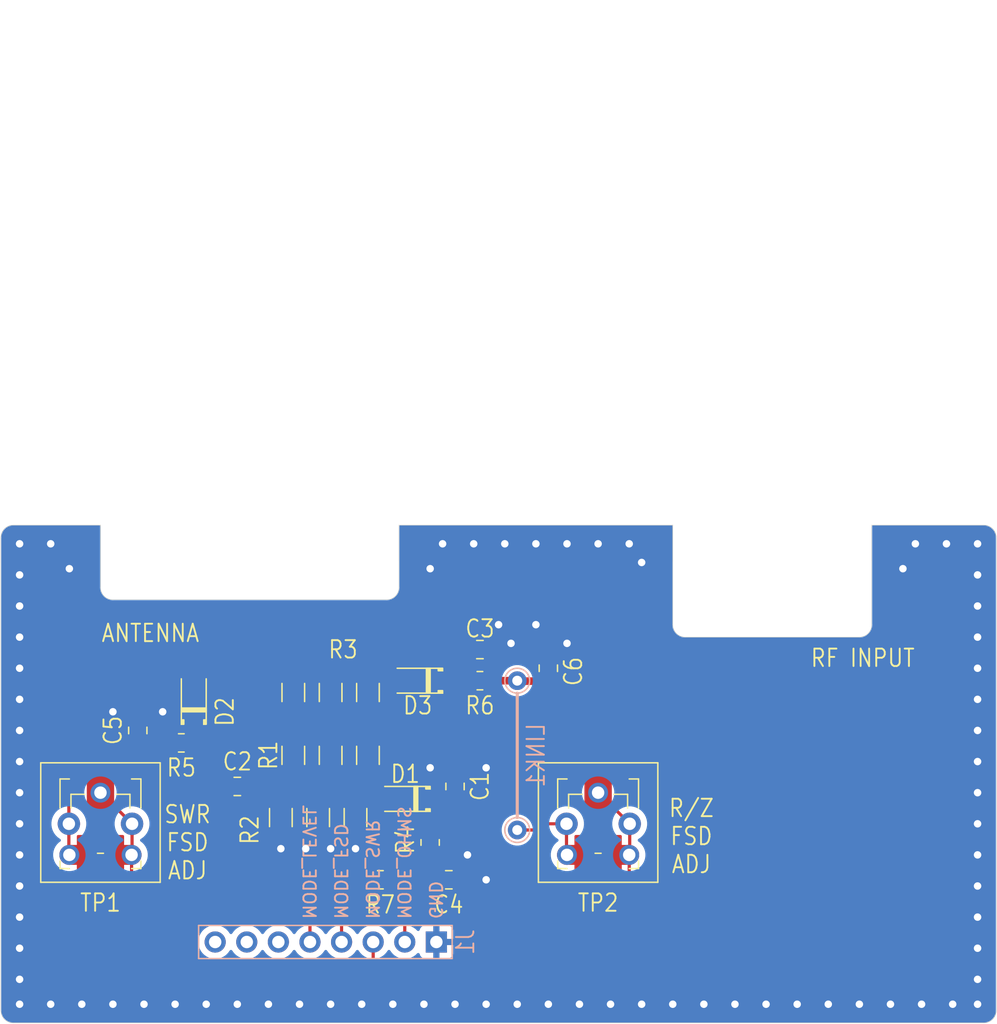
<source format=kicad_pcb>
(kicad_pcb (version 20241229) (generator "pcbnew") (generator_version "9.0")
  (layers (0 "F.Cu" signal) (2 "B.Cu" signal) (13 "F.Paste" user) (15 "B.Paste" user) (5 "F.SilkS" user "F.Silkscreen") (7 "B.SilkS" user "B.Silkscreen") (1 "F.Mask" user) (3 "B.Mask" user) (25 "Edge.Cuts" user))
  (net 0 "")
  (net 1 "GND")
  (net 2 "/MODE_FSD")
  (net 3 "Net-(C5-Pad1)")
  (net 5 "/MODE_LEVEL")
  (net 8 "/MODE_SWR")
  (net 9 "/MODE_OHMS")
  (net 10 "/RECT_VA")
  (net 11 "/VA")
  (net 12 "/RECT_VDIFF")
  (net 13 "/RECT_VB")
  (net 14 "/VB")
  (net 15 "/RF_IN")
  (net 16 "Net-(LINK1-A)")
  (net 17 "Net-(LINK1-K)")
  (footprint "User_Global_Library:1206-triple-parallel" (layer "F.Cu") (at 76.5 83.45 90)
    (property "Reference" "R3" (at 3.45 1 180) (layer "F.SilkS") (effects (font (size 1.4 1.2))))
    (property "Value" "3 x 150R Parallel")
    (fp_line (start -0.727064 -3.91) (end 0.727064 -3.91) (stroke (width 0.12)) (layer "F.SilkS"))
    (fp_line (start -0.727064 -2.09) (end 0.727064 -2.09) (stroke (width 0.12)) (layer "F.SilkS"))
    (fp_line (start -0.727064 -0.91) (end 0.727064 -0.91) (stroke (width 0.12)) (layer "F.SilkS"))
    (fp_line (start -0.727064 0.91) (end 0.727064 0.91) (stroke (width 0.12)) (layer "F.SilkS"))
    (fp_line (start -0.727064 2.09) (end 0.727064 2.09) (stroke (width 0.12)) (layer "F.SilkS"))
    (fp_line (start -0.727064 3.91) (end 0.727064 3.91) (stroke (width 0.12)) (layer "F.SilkS"))
    (pad "1" smd roundrect (at -1.55 -3 90) (size 1.3 1.75) (layers "F.Cu" "F.Mask" "F.Paste") (roundrect_rratio 0.192308) (net 15 "/RF_IN"))
    (pad "1" smd roundrect (at -1.55 0 90) (size 1.3 1.75) (layers "F.Cu" "F.Mask" "F.Paste") (roundrect_rratio 0.192308) (net 15 "/RF_IN"))
    (pad "1" smd roundrect (at -1.55 3 90) (size 1.3 1.75) (layers "F.Cu" "F.Mask" "F.Paste") (roundrect_rratio 0.192308) (net 15 "/RF_IN"))
    (pad "2" smd roundrect (at 1.55 -3 90) (size 1.3 1.75) (layers "F.Cu" "F.Mask" "F.Paste") (roundrect_rratio 0.192308) (net 14 "/VB"))
    (pad "2" smd roundrect (at 1.55 0 90) (size 1.3 1.75) (layers "F.Cu" "F.Mask" "F.Paste") (roundrect_rratio 0.192308) (net 14 "/VB"))
    (pad "2" smd roundrect (at 1.55 3 90) (size 1.3 1.75) (layers "F.Cu" "F.Mask" "F.Paste") (roundrect_rratio 0.192308) (net 14 "/VB"))
  )
  (footprint "Resistor_SMD:R_0805_2012Metric_Pad1.20x1.40mm_HandSolder" (layer "F.Cu") (at 64.5 87.5 180)
    (property "Reference" "R5" (at 0 -2 0) (layer "F.SilkS") (effects (font (size 1.4 1.2))))
    (property "Value" "10k")
    (fp_line (start -0.227064 0.735) (end 0.227064 0.735) (stroke (width 0.12)) (layer "F.SilkS"))
    (fp_line (start -0.227064 -0.735) (end 0.227064 -0.735) (stroke (width 0.12)) (layer "F.SilkS"))
    (pad "1" smd roundrect (at -1 0 180) (size 1.2 1.4) (layers "F.Cu" "F.Mask" "F.Paste") (roundrect_rratio 0.208333) (net 12 "/RECT_VDIFF"))
    (pad "2" smd roundrect (at 1 0 180) (size 1.2 1.4) (layers "F.Cu" "F.Mask" "F.Paste") (roundrect_rratio 0.208333) (net 3 "Net-(C5-Pad1)"))
  )
  (footprint "User_Global_Library:D_SOD-123" (layer "F.Cu") (at 83.5 82.5 180)
    (property "Reference" "D3" (at 0 -2 0) (layer "F.SilkS") (effects (font (size 1.4 1.2))))
    (property "Value" "1N5711")
    (fp_line (start -1.65 1) (end 1.65 1) (stroke (width 0.12)) (layer "F.SilkS"))
    (fp_line (start -1.65 -1) (end 1.65 -1) (stroke (width 0.12)) (layer "F.SilkS"))
    (fp_rect (start -1 -1) (end -0.7 1) (stroke (width 0.12)) (fill yes) (layer "F.SilkS"))
    (fp_rect (start -2 0.8) (end -1.65 1) (stroke (width 0.12)) (fill yes) (layer "F.SilkS"))
    (fp_rect (start -2 -1) (end -1.65 -0.8) (stroke (width 0.12)) (fill yes) (layer "F.SilkS"))
    (pad "1" smd roundrect (at 1.75 0 180) (size 1.2 1.3) (layers "F.Cu" "F.Mask" "F.Paste") (net 14 "/VB"))
    (pad "3" smd roundrect (at -1.75 0 180) (size 1.2 1.3) (layers "F.Cu" "F.Mask" "F.Paste") (net 13 "/RECT_VB"))
  )
  (footprint "Capacitor_SMD:C_0805_2012Metric_Pad1.18x1.45mm_HandSolder" (layer "F.Cu") (at 86 98.5 180)
    (property "Reference" "C4" (at 0 -2 0) (layer "F.SilkS") (effects (font (size 1.4 1.2))))
    (property "Value" "100n")
    (fp_line (start -0.261252 0.735) (end 0.261252 0.735) (stroke (width 0.12)) (layer "F.SilkS"))
    (fp_line (start -0.261252 -0.735) (end 0.261252 -0.735) (stroke (width 0.12)) (layer "F.SilkS"))
    (pad "1" smd roundrect (at -1.0375 0 180) (size 1.175 1.45) (layers "F.Cu" "F.Mask" "F.Paste") (roundrect_rratio 0.212766) (net 1 "GND"))
    (pad "2" smd roundrect (at 1.0375 0 180) (size 1.175 1.45) (layers "F.Cu" "F.Mask" "F.Paste") (roundrect_rratio 0.212766) (net 2 "/MODE_FSD"))
  )
  (footprint "Capacitor_SMD:C_0805_2012Metric_Pad1.18x1.45mm_HandSolder" (layer "F.Cu") (at 88.5 80)
    (property "Reference" "C3" (at 0 -1.68 0) (layer "F.SilkS") (effects (font (size 1.4 1.2))))
    (property "Value" "470p")
    (fp_line (start -0.261252 -0.735) (end 0.261252 -0.735) (stroke (width 0.12)) (layer "F.SilkS"))
    (fp_line (start -0.261252 0.735) (end 0.261252 0.735) (stroke (width 0.12)) (layer "F.SilkS"))
    (pad "1" smd roundrect (at -1.0375 0) (size 1.175 1.45) (layers "F.Cu" "F.Mask" "F.Paste") (roundrect_rratio 0.212766) (net 13 "/RECT_VB"))
    (pad "2" smd roundrect (at 1.0375 0) (size 1.175 1.45) (layers "F.Cu" "F.Mask" "F.Paste") (roundrect_rratio 0.212766) (net 1 "GND"))
  )
  (footprint "User_Global_Library:Potentiometer_Trimmer_Generic_Vertical" (layer "F.Cu") (at 58 94 180)
    (property "Reference" "TP1" (at 0 -6.35 0) (layer "F.SilkS") (effects (font (size 1.4 1.2))))
    (property "Value" "10k")
    (fp_line (start 4.8 4.9) (end 4.8 -4.7) (stroke (width 0.12)) (layer "F.SilkS"))
    (fp_line (start 3.25 3.6) (end 3.25 1.27) (stroke (width 0.12)) (layer "F.SilkS"))
    (fp_line (start 3.25 -3.6) (end 3.25 -3) (stroke (width 0.12)) (layer "F.SilkS"))
    (fp_line (start 2.5 3.6) (end 3.25 3.6) (stroke (width 0.12)) (layer "F.SilkS"))
    (fp_line (start 2.5 -3.6) (end 3.25 -3.6) (stroke (width 0.12)) (layer "F.SilkS"))
    (fp_line (start 2.37 1.27) (end 2.37 2.37) (stroke (width 0.12)) (layer "F.SilkS"))
    (fp_line (start 1.26 2.37) (end 2.37 2.37) (stroke (width 0.12)) (layer "F.SilkS"))
    (fp_line (start -0.24 -2.37) (end 0.24 -2.37) (stroke (width 0.12)) (layer "F.SilkS"))
    (fp_line (start -2.37 2.37) (end -1.27 2.37) (stroke (width 0.12)) (layer "F.SilkS"))
    (fp_line (start -2.37 1.27) (end -2.37 2.37) (stroke (width 0.12)) (layer "F.SilkS"))
    (fp_line (start -2.5 3.6) (end -3.25 3.6) (stroke (width 0.12)) (layer "F.SilkS"))
    (fp_line (start -3.25 3.6) (end -3.25 1.27) (stroke (width 0.12)) (layer "F.SilkS"))
    (fp_line (start -3.25 -3.6) (end -2.5 -3.6) (stroke (width 0.12)) (layer "F.SilkS"))
    (fp_line (start -3.25 -3.6) (end -3.25 -3) (stroke (width 0.12)) (layer "F.SilkS"))
    (fp_line (start -4.8 4.9) (end 4.8 4.9) (stroke (width 0.12)) (layer "F.SilkS"))
    (fp_line (start -4.8 4.9) (end -4.8 -4.7) (stroke (width 0.12)) (layer "F.SilkS"))
    (fp_line (start -4.8 -4.7) (end 4.8 -4.7) (stroke (width 0.12)) (layer "F.SilkS"))
    (pad "1" thru_hole circle (at -2.54 0 180) (size 1.8 1.8) (drill 1) (layers "*.Cu" "*.Mask") (net 8 "/MODE_SWR"))
    (pad "1" thru_hole circle (at -2.5 -2.5 180) (size 1.6 1.6) (drill 1) (layers "*.Cu" "*.Mask") (net 8 "/MODE_SWR"))
    (pad "1" smd custom (at -2.5 -2.5 180) (size 1.6 1.6) (layers "F.Cu" "F.Mask" "F.Paste") (net 8 "/MODE_SWR") (options (clearance outline) (anchor circle)) (primitives (gr_poly (pts (xy 0.7 -0.7) (xy 0.7 -1.25) (xy 2 -1.25) (xy 2 1.5) (xy 0.7 1.5) (xy 0.7 0.7) (xy -0.1 0.7) (xy -0.1 -0.7)) (width 0.2) (fill yes))))
    (pad "2" thru_hole circle (at 0 2.5 180) (size 1.6 1.6) (drill 1) (layers "*.Cu" "*.Mask") (net 8 "/MODE_SWR"))
    (pad "2" smd custom (at 0 2.5 180) (size 1.6 1.6) (layers "F.Cu" "F.Mask" "F.Paste") (net 8 "/MODE_SWR") (options (clearance outline) (anchor circle)) (primitives (gr_poly (pts (xy -1 1.25) (xy -1 -1.5) (xy 1 -1.5) (xy 1 1.25)) (width 0.2) (fill yes))))
    (pad "3" thru_hole circle (at 2.5 -2.5 180) (size 1.6 1.6) (drill 1) (layers "*.Cu" "*.Mask") (net 3 "Net-(C5-Pad1)"))
    (pad "3" smd custom (at 2.5 -2.5 180) (size 1.6 1.6) (layers "F.Cu" "F.Mask" "F.Paste") (net 3 "Net-(C5-Pad1)") (options (clearance outline) (anchor circle)) (primitives (gr_poly (pts (xy -0.7 -0.7) (xy -0.7 -1.25) (xy -2 -1.25) (xy -2 1.5) (xy -0.7 1.5) (xy -0.7 0.7) (xy 0.1 0.7) (xy 0.1 -0.7)) (width 0.2) (fill yes))))
    (pad "3" thru_hole circle (at 2.54 0 180) (size 1.8 1.8) (drill 1) (layers "*.Cu" "*.Mask") (net 3 "Net-(C5-Pad1)"))
  )
  (footprint "Capacitor_SMD:C_0805_2012Metric_Pad1.18x1.45mm_HandSolder" (layer "F.Cu") (at 86.5 91 -90)
    (property "Reference" "C1" (at 0 -2 90) (layer "F.SilkS") (effects (font (size 1.4 1.2))))
    (property "Value" "470p")
    (fp_line (start -0.261252 0.735) (end 0.261252 0.735) (stroke (width 0.12)) (layer "F.SilkS"))
    (fp_line (start -0.261252 -0.735) (end 0.261252 -0.735) (stroke (width 0.12)) (layer "F.SilkS"))
    (pad "1" smd roundrect (at -1.0375 0 270) (size 1.175 1.45) (layers "F.Cu" "F.Mask" "F.Paste") (roundrect_rratio 0.212766) (net 1 "GND"))
    (pad "2" smd roundrect (at 1.0375 0 270) (size 1.175 1.45) (layers "F.Cu" "F.Mask" "F.Paste") (roundrect_rratio 0.212766) (net 10 "/RECT_VA"))
  )
  (footprint "User_Global_Library:D_SOD-123" (layer "F.Cu") (at 82.5 92 180)
    (property "Reference" "D1" (at 0 2 0) (layer "F.SilkS") (effects (font (size 1.4 1.2))))
    (property "Value" "1N5711")
    (fp_line (start -1.65 1) (end 1.65 1) (stroke (width 0.12)) (layer "F.SilkS"))
    (fp_line (start -1.65 -1) (end 1.65 -1) (stroke (width 0.12)) (layer "F.SilkS"))
    (fp_rect (start -1 -1) (end -0.7 1) (stroke (width 0.12)) (fill yes) (layer "F.SilkS"))
    (fp_rect (start -2 0.8) (end -1.65 1) (stroke (width 0.12)) (fill yes) (layer "F.SilkS"))
    (fp_rect (start -2 -1) (end -1.65 -0.8) (stroke (width 0.12)) (fill yes) (layer "F.SilkS"))
    (pad "1" smd roundrect (at 1.75 0 180) (size 1.2 1.3) (layers "F.Cu" "F.Mask" "F.Paste") (net 11 "/VA"))
    (pad "3" smd roundrect (at -1.75 0 180) (size 1.2 1.3) (layers "F.Cu" "F.Mask" "F.Paste") (net 10 "/RECT_VA"))
  )
  (footprint "User_Global_Library:1206-triple-parallel" (layer "F.Cu") (at 75.5 93.5 -90)
    (property "Reference" "R2" (at 1 5.5 270) (layer "F.SilkS") (effects (font (size 1.4 1.2))))
    (property "Value" "3 x 150R Parallel")
    (fp_line (start -0.727064 3.91) (end 0.727064 3.91) (stroke (width 0.12)) (layer "F.SilkS"))
    (fp_line (start -0.727064 2.09) (end 0.727064 2.09) (stroke (width 0.12)) (layer "F.SilkS"))
    (fp_line (start -0.727064 0.91) (end 0.727064 0.91) (stroke (width 0.12)) (layer "F.SilkS"))
    (fp_line (start -0.727064 -0.91) (end 0.727064 -0.91) (stroke (width 0.12)) (layer "F.SilkS"))
    (fp_line (start -0.727064 -2.09) (end 0.727064 -2.09) (stroke (width 0.12)) (layer "F.SilkS"))
    (fp_line (start -0.727064 -3.91) (end 0.727064 -3.91) (stroke (width 0.12)) (layer "F.SilkS"))
    (pad "1" smd roundrect (at -1.55 -3 270) (size 1.3 1.75) (layers "F.Cu" "F.Mask" "F.Paste") (roundrect_rratio 0.192308) (net 11 "/VA"))
    (pad "1" smd roundrect (at -1.55 0 270) (size 1.3 1.75) (layers "F.Cu" "F.Mask" "F.Paste") (roundrect_rratio 0.192308) (net 11 "/VA"))
    (pad "1" smd roundrect (at -1.55 3 270) (size 1.3 1.75) (layers "F.Cu" "F.Mask" "F.Paste") (roundrect_rratio 0.192308) (net 11 "/VA"))
    (pad "2" smd roundrect (at 1.55 -3 270) (size 1.3 1.75) (layers "F.Cu" "F.Mask" "F.Paste") (roundrect_rratio 0.192308) (net 1 "GND"))
    (pad "2" smd roundrect (at 1.55 0 270) (size 1.3 1.75) (layers "F.Cu" "F.Mask" "F.Paste") (roundrect_rratio 0.192308) (net 1 "GND"))
    (pad "2" smd roundrect (at 1.55 3 270) (size 1.3 1.75) (layers "F.Cu" "F.Mask" "F.Paste") (roundrect_rratio 0.192308) (net 1 "GND"))
  )
  (footprint "Capacitor_SMD:C_0805_2012Metric_Pad1.18x1.45mm_HandSolder" (layer "F.Cu") (at 69 91 180)
    (property "Reference" "C2" (at 0 2 0) (layer "F.SilkS") (effects (font (size 1.4 1.2))))
    (property "Value" "470p")
    (fp_line (start -0.261252 0.735) (end 0.261252 0.735) (stroke (width 0.12)) (layer "F.SilkS"))
    (fp_line (start -0.261252 -0.735) (end 0.261252 -0.735) (stroke (width 0.12)) (layer "F.SilkS"))
    (pad "1" smd roundrect (at -1.0375 0 180) (size 1.175 1.45) (layers "F.Cu" "F.Mask" "F.Paste") (roundrect_rratio 0.212766) (net 11 "/VA"))
    (pad "2" smd roundrect (at 1.0375 0 180) (size 1.175 1.45) (layers "F.Cu" "F.Mask" "F.Paste") (roundrect_rratio 0.212766) (net 12 "/RECT_VDIFF"))
  )
  (footprint "Resistor_SMD:R_0805_2012Metric_Pad1.20x1.40mm_HandSolder" (layer "F.Cu") (at 88.5 82.5)
    (property "Reference" "R6" (at 0 2 0) (layer "F.SilkS") (effects (font (size 1.4 1.2))))
    (property "Value" "27k")
    (fp_line (start -0.227064 -0.735) (end 0.227064 -0.735) (stroke (width 0.12)) (layer "F.SilkS"))
    (fp_line (start -0.227064 0.735) (end 0.227064 0.735) (stroke (width 0.12)) (layer "F.SilkS"))
    (pad "1" smd roundrect (at -1 0) (size 1.2 1.4) (layers "F.Cu" "F.Mask" "F.Paste") (roundrect_rratio 0.208333) (net 13 "/RECT_VB"))
    (pad "2" smd roundrect (at 1 0) (size 1.2 1.4) (layers "F.Cu" "F.Mask" "F.Paste") (roundrect_rratio 0.208333) (net 16 "Net-(LINK1-A)"))
  )
  (footprint "User_Global_Library:BNC Socket Edge 031-221-RFX" (layer "F.Cu") (at 112 70 -90)
    (property "Reference" "SK3")
    (property "Value" "RF INPUT 2W MAX BNC Socket")
    (pad "1" smd roundrect (at 12.255 0 270) (size 5.49 3.5) (layers "F.Cu" "F.Mask" "F.Paste") (roundrect_rratio 0.1) (net 15 "/RF_IN") (clearance 0.1))
    (pad "2" smd roundrect (at 3.5 -11.5 270) (size 6 6) (layers "F.Cu" "F.Mask" "F.Paste") (roundrect_rratio 0.1) (net 1 "GND"))
    (pad "2" smd roundrect (at 3.5 11.5 270) (size 6 6) (layers "F.Cu" "F.Mask" "F.Paste") (roundrect_rratio 0.1) (net 1 "GND"))
  )
  (footprint "Capacitor_SMD:C_0805_2012Metric_Pad1.18x1.45mm_HandSolder" (layer "F.Cu") (at 94 81.5 90)
    (property "Reference" "C6" (at -0.261252 2 90) (layer "F.SilkS") (effects (font (size 1.4 1.2))))
    (property "Value" "100n")
    (fp_line (start -0.261252 -0.735) (end 0.261252 -0.735) (stroke (width 0.12)) (layer "F.SilkS"))
    (fp_line (start -0.261252 0.735) (end 0.261252 0.735) (stroke (width 0.12)) (layer "F.SilkS"))
    (pad "1" smd roundrect (at -1.0375 0 90) (size 1.175 1.45) (layers "F.Cu" "F.Mask" "F.Paste") (roundrect_rratio 0.212766) (net 16 "Net-(LINK1-A)"))
    (pad "2" smd roundrect (at 1.0375 0 90) (size 1.175 1.45) (layers "F.Cu" "F.Mask" "F.Paste") (roundrect_rratio 0.212766) (net 1 "GND"))
  )
  (footprint "Capacitor_SMD:C_0805_2012Metric_Pad1.18x1.45mm_HandSolder" (layer "F.Cu") (at 61 86.5 90)
    (property "Reference" "C5" (at 0 -2 90) (layer "F.SilkS") (effects (font (size 1.4 1.2))))
    (property "Value" "100n")
    (fp_line (start -0.261252 -0.735) (end 0.261252 -0.735) (stroke (width 0.12)) (layer "F.SilkS"))
    (fp_line (start -0.261252 0.735) (end 0.261252 0.735) (stroke (width 0.12)) (layer "F.SilkS"))
    (pad "1" smd roundrect (at -1.0375 0 90) (size 1.175 1.45) (layers "F.Cu" "F.Mask" "F.Paste") (roundrect_rratio 0.212766) (net 3 "Net-(C5-Pad1)"))
    (pad "2" smd roundrect (at 1.0375 0 90) (size 1.175 1.45) (layers "F.Cu" "F.Mask" "F.Paste") (roundrect_rratio 0.212766) (net 1 "GND"))
  )
  (footprint "Resistor_SMD:R_0805_2012Metric_Pad1.20x1.40mm_HandSolder" (layer "F.Cu") (at 80.5 98.5 180)
    (property "Reference" "R7" (at 0 -2 0) (layer "F.SilkS") (effects (font (size 1.4 1.2))))
    (property "Value" "56k")
    (fp_line (start -0.227064 0.735) (end 0.227064 0.735) (stroke (width 0.12)) (layer "F.SilkS"))
    (fp_line (start -0.227064 -0.735) (end 0.227064 -0.735) (stroke (width 0.12)) (layer "F.SilkS"))
    (pad "1" smd roundrect (at -1 0 180) (size 1.2 1.4) (layers "F.Cu" "F.Mask" "F.Paste") (roundrect_rratio 0.208333) (net 2 "/MODE_FSD"))
    (pad "2" smd roundrect (at 1 0 180) (size 1.2 1.4) (layers "F.Cu" "F.Mask" "F.Paste") (roundrect_rratio 0.208333) (net 5 "/MODE_LEVEL"))
  )
  (footprint "Resistor_SMD:R_0805_2012Metric_Pad1.20x1.40mm_HandSolder" (layer "F.Cu") (at 84.5 95.5 -90)
    (property "Reference" "R4" (at -0.227064 2 90) (layer "F.SilkS") (effects (font (size 1.4 1.2))))
    (property "Value" "15k")
    (fp_line (start -0.227064 0.735) (end 0.227064 0.735) (stroke (width 0.12)) (layer "F.SilkS"))
    (fp_line (start -0.227064 -0.735) (end 0.227064 -0.735) (stroke (width 0.12)) (layer "F.SilkS"))
    (pad "1" smd roundrect (at -1 0 270) (size 1.2 1.4) (layers "F.Cu" "F.Mask" "F.Paste") (roundrect_rratio 0.208333) (net 10 "/RECT_VA"))
    (pad "2" smd roundrect (at 1 0 270) (size 1.2 1.4) (layers "F.Cu" "F.Mask" "F.Paste") (roundrect_rratio 0.208333) (net 2 "/MODE_FSD"))
  )
  (footprint "User_Global_Library:Potentiometer_Trimmer_Generic_Vertical" (layer "F.Cu") (at 98 94 180)
    (property "Reference" "TP2" (at 0 -6.35 0) (layer "F.SilkS") (effects (font (size 1.4 1.2))))
    (property "Value" "10k")
    (fp_line (start 4.8 4.9) (end 4.8 -4.7) (stroke (width 0.12)) (layer "F.SilkS"))
    (fp_line (start 3.25 3.6) (end 3.25 1.27) (stroke (width 0.12)) (layer "F.SilkS"))
    (fp_line (start 3.25 -3.6) (end 3.25 -3) (stroke (width 0.12)) (layer "F.SilkS"))
    (fp_line (start 2.5 3.6) (end 3.25 3.6) (stroke (width 0.12)) (layer "F.SilkS"))
    (fp_line (start 2.5 -3.6) (end 3.25 -3.6) (stroke (width 0.12)) (layer "F.SilkS"))
    (fp_line (start 2.37 1.27) (end 2.37 2.37) (stroke (width 0.12)) (layer "F.SilkS"))
    (fp_line (start 1.26 2.37) (end 2.37 2.37) (stroke (width 0.12)) (layer "F.SilkS"))
    (fp_line (start -0.24 -2.37) (end 0.24 -2.37) (stroke (width 0.12)) (layer "F.SilkS"))
    (fp_line (start -2.37 2.37) (end -1.27 2.37) (stroke (width 0.12)) (layer "F.SilkS"))
    (fp_line (start -2.37 1.27) (end -2.37 2.37) (stroke (width 0.12)) (layer "F.SilkS"))
    (fp_line (start -2.5 3.6) (end -3.25 3.6) (stroke (width 0.12)) (layer "F.SilkS"))
    (fp_line (start -3.25 3.6) (end -3.25 1.27) (stroke (width 0.12)) (layer "F.SilkS"))
    (fp_line (start -3.25 -3.6) (end -2.5 -3.6) (stroke (width 0.12)) (layer "F.SilkS"))
    (fp_line (start -3.25 -3.6) (end -3.25 -3) (stroke (width 0.12)) (layer "F.SilkS"))
    (fp_line (start -4.8 4.9) (end 4.8 4.9) (stroke (width 0.12)) (layer "F.SilkS"))
    (fp_line (start -4.8 4.9) (end -4.8 -4.7) (stroke (width 0.12)) (layer "F.SilkS"))
    (fp_line (start -4.8 -4.7) (end 4.8 -4.7) (stroke (width 0.12)) (layer "F.SilkS"))
    (pad "1" thru_hole circle (at -2.54 0 180) (size 1.8 1.8) (drill 1) (layers "*.Cu" "*.Mask") (net 9 "/MODE_OHMS"))
    (pad "1" thru_hole circle (at -2.5 -2.5 180) (size 1.6 1.6) (drill 1) (layers "*.Cu" "*.Mask") (net 9 "/MODE_OHMS"))
    (pad "1" smd custom (at -2.5 -2.5 180) (size 1.6 1.6) (layers "F.Cu" "F.Mask" "F.Paste") (net 9 "/MODE_OHMS") (options (clearance outline) (anchor circle)) (primitives (gr_poly (pts (xy 0.7 -0.7) (xy 0.7 -1.25) (xy 2 -1.25) (xy 2 1.5) (xy 0.7 1.5) (xy 0.7 0.7) (xy -0.1 0.7) (xy -0.1 -0.7)) (width 0.2) (fill yes))))
    (pad "2" thru_hole circle (at 0 2.5 180) (size 1.6 1.6) (drill 1) (layers "*.Cu" "*.Mask") (net 9 "/MODE_OHMS"))
    (pad "2" smd custom (at 0 2.5 180) (size 1.6 1.6) (layers "F.Cu" "F.Mask" "F.Paste") (net 9 "/MODE_OHMS") (options (clearance outline) (anchor circle)) (primitives (gr_poly (pts (xy -1 1.25) (xy -1 -1.5) (xy 1 -1.5) (xy 1 1.25)) (width 0.2) (fill yes))))
    (pad "3" thru_hole circle (at 2.5 -2.5 180) (size 1.6 1.6) (drill 1) (layers "*.Cu" "*.Mask") (net 17 "Net-(LINK1-K)"))
    (pad "3" smd custom (at 2.5 -2.5 180) (size 1.6 1.6) (layers "F.Cu" "F.Mask" "F.Paste") (net 17 "Net-(LINK1-K)") (options (clearance outline) (anchor circle)) (primitives (gr_poly (pts (xy -0.7 -0.7) (xy -0.7 -1.25) (xy -2 -1.25) (xy -2 1.5) (xy -0.7 1.5) (xy -0.7 0.7) (xy 0.1 0.7) (xy 0.1 -0.7)) (width 0.2) (fill yes))))
    (pad "3" thru_hole circle (at 2.54 0 180) (size 1.8 1.8) (drill 1) (layers "*.Cu" "*.Mask") (net 17 "Net-(LINK1-K)"))
  )
  (footprint "User_Global_Library:1206-triple-parallel" (layer "F.Cu") (at 76.5 88.5 -90)
    (property "Reference" "R1" (at 0 5 270) (layer "F.SilkS") (effects (font (size 1.4 1.2))))
    (property "Value" "3 x 150R Parallel")
    (fp_line (start -0.727064 3.91) (end 0.727064 3.91) (stroke (width 0.12)) (layer "F.SilkS"))
    (fp_line (start -0.727064 2.09) (end 0.727064 2.09) (stroke (width 0.12)) (layer "F.SilkS"))
    (fp_line (start -0.727064 0.91) (end 0.727064 0.91) (stroke (width 0.12)) (layer "F.SilkS"))
    (fp_line (start -0.727064 -0.91) (end 0.727064 -0.91) (stroke (width 0.12)) (layer "F.SilkS"))
    (fp_line (start -0.727064 -2.09) (end 0.727064 -2.09) (stroke (width 0.12)) (layer "F.SilkS"))
    (fp_line (start -0.727064 -3.91) (end 0.727064 -3.91) (stroke (width 0.12)) (layer "F.SilkS"))
    (pad "1" smd roundrect (at -1.55 -3 270) (size 1.3 1.75) (layers "F.Cu" "F.Mask" "F.Paste") (roundrect_rratio 0.192308) (net 15 "/RF_IN"))
    (pad "1" smd roundrect (at -1.55 0 270) (size 1.3 1.75) (layers "F.Cu" "F.Mask" "F.Paste") (roundrect_rratio 0.192308) (net 15 "/RF_IN"))
    (pad "1" smd roundrect (at -1.55 3 270) (size 1.3 1.75) (layers "F.Cu" "F.Mask" "F.Paste") (roundrect_rratio 0.192308) (net 15 "/RF_IN"))
    (pad "2" smd roundrect (at 1.55 -3 270) (size 1.3 1.75) (layers "F.Cu" "F.Mask" "F.Paste") (roundrect_rratio 0.192308) (net 11 "/VA"))
    (pad "2" smd roundrect (at 1.55 0 270) (size 1.3 1.75) (layers "F.Cu" "F.Mask" "F.Paste") (roundrect_rratio 0.192308) (net 11 "/VA"))
    (pad "2" smd roundrect (at 1.55 3 270) (size 1.3 1.75) (layers "F.Cu" "F.Mask" "F.Paste") (roundrect_rratio 0.192308) (net 11 "/VA"))
  )
  (footprint "User_Global_Library:N Socket Edge 1-1337417-0" (layer "F.Cu") (at 70 70 -90)
    (property "Reference" "SK4")
    (property "Value" "ANTENNA N Socket")
    (pad "1" smd roundrect (at 10.015 0 270) (size 6.97 3.5) (layers "F.Cu" "F.Mask" "F.Paste") (roundrect_rratio 0.1) (net 14 "/VB") (clearance 0.1))
    (pad "2" smd roundrect (at 3.5 -15.5 270) (size 6 6) (layers "F.Cu" "F.Mask" "F.Paste") (roundrect_rratio 0.1) (net 1 "GND"))
    (pad "2" smd roundrect (at 3.5 15.5 270) (size 6 6) (layers "F.Cu" "F.Mask" "F.Paste") (roundrect_rratio 0.1) (net 1 "GND"))
  )
  (footprint "User_Global_Library:D_SOD-123" (layer "F.Cu") (at 65.5 84 90)
    (property "Reference" "D2" (at -1 2.5 90) (layer "F.SilkS") (effects (font (size 1.4 1.2))))
    (property "Value" "1N5711")
    (fp_line (start -1.65 -1) (end 1.65 -1) (stroke (width 0.12)) (layer "F.SilkS"))
    (fp_line (start -1.65 1) (end 1.65 1) (stroke (width 0.12)) (layer "F.SilkS"))
    (fp_rect (start -1 -1) (end -0.7 1) (stroke (width 0.12)) (fill yes) (layer "F.SilkS"))
    (fp_rect (start -2 -1) (end -1.65 -0.8) (stroke (width 0.12)) (fill yes) (layer "F.SilkS"))
    (fp_rect (start -2 0.8) (end -1.65 1) (stroke (width 0.12)) (fill yes) (layer "F.SilkS"))
    (pad "1" smd roundrect (at 1.75 0 90) (size 1.2 1.3) (layers "F.Cu" "F.Mask" "F.Paste") (net 14 "/VB"))
    (pad "3" smd roundrect (at -1.75 0 90) (size 1.2 1.3) (layers "F.Cu" "F.Mask" "F.Paste") (net 12 "/RECT_VDIFF"))
  )
  (footprint "User_Global_Library:PinHeader_1x08_P2.54mm_Vertical" (layer "B.Cu") (at 85 103.5 90)
    (property "Reference" "J1" (at 0 2.33 90) (layer "B.SilkS") (effects (font (size 1.4 1.2)) (justify mirror)))
    (property "Value" "~")
    (fp_line (start -1.33 -19.11) (end 1.33 -19.11) (stroke (width 0.12)) (layer "B.SilkS"))
    (fp_line (start 1.33 1.27) (end 1.33 -19.11) (stroke (width 0.12)) (layer "B.SilkS"))
    (fp_line (start -1.33 1.27) (end -1.33 -19.11) (stroke (width 0.12)) (layer "B.SilkS"))
    (fp_line (start -1.33 1.27) (end 1.33 1.27) (stroke (width 0.12)) (layer "B.SilkS"))
    (pad "1" thru_hole rect (at 0 0 90) (size 1.7 1.7) (drill 1) (layers "*.Cu" "*.Mask") (net 1 "GND"))
    (pad "2" thru_hole oval (at 0 -2.54 90) (size 1.7 1.7) (drill 1) (layers "*.Cu" "*.Mask") (net 9 "/MODE_OHMS"))
    (pad "3" thru_hole oval (at 0 -5.08 90) (size 1.7 1.7) (drill 1) (layers "*.Cu" "*.Mask") (net 8 "/MODE_SWR"))
    (pad "4" thru_hole oval (at 0 -7.62 90) (size 1.7 1.7) (drill 1) (layers "*.Cu" "*.Mask") (net 2 "/MODE_FSD"))
    (pad "5" thru_hole oval (at 0 -10.16 90) (size 1.7 1.7) (drill 1) (layers "*.Cu" "*.Mask") (net 5 "/MODE_LEVEL"))
    (pad "6" thru_hole oval (at 0 -12.7 90) (size 1.7 1.7) (drill 1) (layers "*.Cu" "*.Mask"))
    (pad "7" thru_hole oval (at 0 -15.24 90) (size 1.7 1.7) (drill 1) (layers "*.Cu" "*.Mask"))
    (pad "8" thru_hole oval (at 0 -17.78 90) (size 1.7 1.7) (drill 1) (layers "*.Cu" "*.Mask"))
  )
  (footprint "User_Global_Library:wire-link-12mm" (layer "B.Cu") (at 91.5 94.5)
    (property "Reference" "LINK1" (at 1.5 -6 270) (layer "B.SilkS") (effects (font (size 1.4 1.2)) (justify mirror)))
    (property "Value" "wire-link-shorted")
    (fp_line (start 0 -1) (end 0 -11) (stroke (width 0.25)) (layer "B.SilkS"))
    (fp_circle (center 0 -12) (end 0 -11) (stroke (width 0.12)) (fill no) (layer "B.SilkS"))
    (fp_circle (center 0 0) (end 0 -1) (stroke (width 0.12)) (fill no) (layer "B.SilkS"))
    (pad "1" thru_hole circle (at 0 0) (size 1.5 1.5) (drill 0.8) (layers "*.Cu" "*.Mask") (net 17 "Net-(LINK1-K)"))
    (pad "2" thru_hole circle (at 0 -12) (size 1.5 1.5) (drill 0.8) (layers "*.Cu" "*.Mask") (net 16 "Net-(LINK1-A)"))
  )
  (gr_arc (start 129 70) (mid 129.707107 70.292893) (end 130 71) (stroke (width 0.05)) (layer "Edge.Cuts"))
  (gr_line (start 104 78) (end 104 70) (stroke (width 0.05)) (layer "Edge.Cuts"))
  (gr_line (start 50 71) (end 50 109) (stroke (width 0.05)) (layer "Edge.Cuts"))
  (gr_line (start 104 70) (end 82 70) (stroke (width 0.05)) (layer "Edge.Cuts"))
  (gr_line (start 120 78) (end 120 70) (stroke (width 0.05)) (layer "Edge.Cuts"))
  (gr_line (start 51 110) (end 129 110) (stroke (width 0.05)) (layer "Edge.Cuts"))
  (gr_line (start 58 70) (end 58 75) (stroke (width 0.05)) (layer "Edge.Cuts"))
  (gr_arc (start 130 109) (mid 129.707107 109.707107) (end 129 110) (stroke (width 0.05)) (layer "Edge.Cuts"))
  (gr_line (start 129 70) (end 120 70) (stroke (width 0.05)) (layer "Edge.Cuts"))
  (gr_arc (start 51 110) (mid 50.292893 109.707107) (end 50 109) (stroke (width 0.05)) (layer "Edge.Cuts"))
  (gr_arc (start 82 75) (mid 81.707107 75.707107) (end 81 76) (stroke (width 0.05)) (layer "Edge.Cuts"))
  (gr_line (start 105 79) (end 119 79) (stroke (width 0.05)) (layer "Edge.Cuts"))
  (gr_line (start 130 109) (end 130 71) (stroke (width 0.05)) (layer "Edge.Cuts"))
  (gr_arc (start 120 78) (mid 119.707107 78.707107) (end 119 79) (stroke (width 0.05)) (layer "Edge.Cuts"))
  (gr_line (start 58 70) (end 51 70) (stroke (width 0.05)) (layer "Edge.Cuts"))
  (gr_arc (start 59 76) (mid 58.292893 75.707107) (end 58 75) (stroke (width 0.05)) (layer "Edge.Cuts"))
  (gr_arc (start 105 79) (mid 104.292893 78.707107) (end 104 78) (stroke (width 0.05)) (layer "Edge.Cuts"))
  (gr_line (start 82 75) (end 82 70) (stroke (width 0.05)) (layer "Edge.Cuts"))
  (gr_line (start 59 76) (end 81 76) (stroke (width 0.05)) (layer "Edge.Cuts"))
  (gr_arc (start 50 71) (mid 50.292893 70.292893) (end 51 70) (stroke (width 0.05)) (layer "Edge.Cuts"))
  (gr_text "R/Z\nFSD\nADJ" (at 105.5 95 0) (layer "F.SilkS") (effects (font (size 1.4 1.2))))
  (gr_text "RF INPUT" (at 115 81.5 0) (layer "F.SilkS") (effects (font (size 1.4 1.2)) (justify left bottom)))
  (gr_text "ANTENNA" (at 58 79.5 0) (layer "F.SilkS") (effects (font (size 1.4 1.2)) (justify left bottom)))
  (gr_text "SWR\nFSD\nADJ" (at 65 95.5 0) (layer "F.SilkS") (effects (font (size 1.4 1.2))))
  (gr_text "MODE_OHMS" (at 82.385 101.745 270) (layer "B.SilkS") (effects (font (size 1 1)) (justify left mirror)))
  (gr_text "MODE_SWR" (at 79.845 101.745 270) (layer "B.SilkS") (effects (font (size 1 1)) (justify left mirror)))
  (gr_text "MODE_FSD" (at 77.305 101.745 270) (layer "B.SilkS") (effects (font (size 1 1)) (justify left mirror)))
  (gr_text "MODE_LEVEL" (at 74.765 101.745 270) (layer "B.SilkS") (effects (font (size 1 1)) (justify left mirror)))
  (gr_text "GND" (at 84.925 101.745 270) (layer "B.SilkS") (effects (font (size 1 1)) (justify left mirror)))
  (via (at 128.5 99) (size 0.9048) (drill 0.6) (layers "F.Cu" "B.Cu") (net 1))
  (via (at 89 108.5) (size 0.9048) (drill 0.6) (layers "F.Cu" "B.Cu") (net 1))
  (via (at 63 85) (size 0.9048) (drill 0.6) (layers "F.Cu" "B.Cu") (net 1))
  (via (at 51.5 108.5) (size 0.9048) (drill 0.6) (layers "F.Cu" "B.Cu") (net 1))
  (via (at 128.5 86.5) (size 0.9048) (drill 0.6) (layers "F.Cu" "B.Cu") (net 1))
  (via (at 119 108.5) (size 0.9048) (drill 0.6) (layers "F.Cu" "B.Cu") (net 1))
  (via (at 106.5 108.5) (size 0.9048) (drill 0.6) (layers "F.Cu" "B.Cu") (net 1))
  (via (at 128.5 106.5) (size 0.9048) (drill 0.6) (layers "F.Cu" "B.Cu") (net 1))
  (via (at 94 108.5) (size 0.9048) (drill 0.6) (layers "F.Cu" "B.Cu") (net 1))
  (via (at 69 108.5) (size 0.9048) (drill 0.6) (layers "F.Cu" "B.Cu") (net 1))
  (via (at 51.5 96.5) (size 0.9048) (drill 0.6) (layers "F.Cu" "B.Cu") (net 1))
  (via (at 90.5 71.5) (size 0.9048) (drill 0.6) (layers "F.Cu" "B.Cu") (net 1))
  (via (at 128.5 91.5) (size 0.9048) (drill 0.6) (layers "F.Cu" "B.Cu") (net 1))
  (via (at 98 71.5) (size 0.9048) (drill 0.6) (layers "F.Cu" "B.Cu") (net 1))
  (via (at 111.5 108.5) (size 0.9048) (drill 0.6) (layers "F.Cu" "B.Cu") (net 1))
  (via (at 95.5 71.5) (size 0.9048) (drill 0.6) (layers "F.Cu" "B.Cu") (net 1))
  (via (at 79 108.5) (size 0.9048) (drill 0.6) (layers "F.Cu" "B.Cu") (net 1))
  (via (at 91.5 108.5) (size 0.9048) (drill 0.6) (layers "F.Cu" "B.Cu") (net 1))
  (via (at 51.5 89) (size 0.9048) (drill 0.6) (layers "F.Cu" "B.Cu") (net 1))
  (via (at 51.5 101.5) (size 0.9048) (drill 0.6) (layers "F.Cu" "B.Cu") (net 1))
  (via (at 96.5 108.5) (size 0.9048) (drill 0.6) (layers "F.Cu" "B.Cu") (net 1))
  (via (at 126.5 108.5) (size 0.9048) (drill 0.6) (layers "F.Cu" "B.Cu") (net 1))
  (via (at 51.5 76.5) (size 0.9048) (drill 0.6) (layers "F.Cu" "B.Cu") (net 1))
  (via (at 85.5 71.5) (size 0.9048) (drill 0.6) (layers "F.Cu" "B.Cu") (net 1))
  (via (at 101.5 73) (size 0.9048) (drill 0.6) (layers "F.Cu" "B.Cu") (net 1))
  (via (at 99 108.5) (size 0.9048) (drill 0.6) (layers "F.Cu" "B.Cu") (net 1))
  (via (at 114 108.5) (size 0.9048) (drill 0.6) (layers "F.Cu" "B.Cu") (net 1))
  (via (at 128.5 71.5) (size 0.9048) (drill 0.6) (layers "F.Cu" "B.Cu") (net 1))
  (via (at 74.5 96) (size 0.9048) (drill 0.6) (layers "F.Cu" "B.Cu") (net 1))
  (via (at 72.5 96) (size 0.9048) (drill 0.6) (layers "F.Cu" "B.Cu") (net 1))
  (via (at 51.5 86.5) (size 0.9048) (drill 0.6) (layers "F.Cu" "B.Cu") (net 1))
  (via (at 128.5 89) (size 0.9048) (drill 0.6) (layers "F.Cu" "B.Cu") (net 1))
  (via (at 128.5 94) (size 0.9048) (drill 0.6) (layers "F.Cu" "B.Cu") (net 1))
  (via (at 56.5 108.5) (size 0.9048) (drill 0.6) (layers "F.Cu" "B.Cu") (net 1))
  (via (at 55.5 73.5) (size 0.9048) (drill 0.6) (layers "F.Cu" "B.Cu") (net 1))
  (via (at 51.5 71.5) (size 0.9048) (drill 0.6) (layers "F.Cu" "B.Cu") (net 1))
  (via (at 64 108.5) (size 0.9048) (drill 0.6) (layers "F.Cu" "B.Cu") (net 1))
  (via (at 86.5 108.5) (size 0.9048) (drill 0.6) (layers "F.Cu" "B.Cu") (net 1))
  (via (at 91 79.5) (size 0.9048) (drill 0.6) (layers "F.Cu" "B.Cu") (net 1))
  (via (at 78.5 96) (size 0.9048) (drill 0.6) (layers "F.Cu" "B.Cu") (net 1))
  (via (at 76.5 108.5) (size 0.9048) (drill 0.6) (layers "F.Cu" "B.Cu") (net 1))
  (via (at 66.5 108.5) (size 0.9048) (drill 0.6) (layers "F.Cu" "B.Cu") (net 1))
  (via (at 51.5 79) (size 0.9048) (drill 0.6) (layers "F.Cu" "B.Cu") (net 1))
  (via (at 100.5 71.5) (size 0.9048) (drill 0.6) (layers "F.Cu" "B.Cu") (net 1))
  (via (at 128.5 81.5) (size 0.9048) (drill 0.6) (layers "F.Cu" "B.Cu") (net 1))
  (via (at 88 71.5) (size 0.9048) (drill 0.6) (layers "F.Cu" "B.Cu") (net 1))
  (via (at 90 78) (size 0.9048) (drill 0.6) (layers "F.Cu" "B.Cu") (net 1))
  (via (at 51.5 104) (size 0.9048) (drill 0.6) (layers "F.Cu" "B.Cu") (net 1))
  (via (at 128.5 74) (size 0.9048) (drill 0.6) (layers "F.Cu" "B.Cu") (net 1))
  (via (at 89 89.5) (size 0.9048) (drill 0.6) (layers "F.Cu" "B.Cu") (net 1))
  (via (at 87.5 96.5) (size 0.9048) (drill 0.6) (layers "F.Cu" "B.Cu") (net 1))
  (via (at 93 78) (size 0.9048) (drill 0.6) (layers "F.Cu" "B.Cu") (net 1))
  (via (at 74 108.5) (size 0.9048) (drill 0.6) (layers "F.Cu" "B.Cu") (net 1))
  (via (at 76.5 96) (size 0.9048) (drill 0.6) (layers "F.Cu" "B.Cu") (net 1))
  (via (at 93 71.5) (size 0.9048) (drill 0.6) (layers "F.Cu" "B.Cu") (net 1))
  (via (at 51.5 74) (size 0.9048) (drill 0.6) (layers "F.Cu" "B.Cu") (net 1))
  (via (at 84.5 73.5) (size 0.9048) (drill 0.6) (layers "F.Cu" "B.Cu") (net 1))
  (via (at 51.5 106.5) (size 0.9048) (drill 0.6) (layers "F.Cu" "B.Cu") (net 1))
  (via (at 51.5 94) (size 0.9048) (drill 0.6) (layers "F.Cu" "B.Cu") (net 1))
  (via (at 126 71.5) (size 0.9048) (drill 0.6) (layers "F.Cu" "B.Cu") (net 1))
  (via (at 128.5 79) (size 0.9048) (drill 0.6) (layers "F.Cu" "B.Cu") (net 1))
  (via (at 71.5 108.5) (size 0.9048) (drill 0.6) (layers "F.Cu" "B.Cu") (net 1))
  (via (at 51.5 84) (size 0.9048) (drill 0.6) (layers "F.Cu" "B.Cu") (net 1))
  (via (at 124 108.5) (size 0.9048) (drill 0.6) (layers "F.Cu" "B.Cu") (net 1))
  (via (at 54 71.5) (size 0.9048) (drill 0.6) (layers "F.Cu" "B.Cu") (net 1))
  (via (at 61.5 108.5) (size 0.9048) (drill 0.6) (layers "F.Cu" "B.Cu") (net 1))
  (via (at 128.5 101.5) (size 0.9048) (drill 0.6) (layers "F.Cu" "B.Cu") (net 1))
  (via (at 128.5 108.5) (size 0.9048) (drill 0.6) (layers "F.Cu" "B.Cu") (net 1))
  (via (at 128.5 96.5) (size 0.9048) (drill 0.6) (layers "F.Cu" "B.Cu") (net 1))
  (via (at 51.5 91.5) (size 0.9048) (drill 0.6) (layers "F.Cu" "B.Cu") (net 1))
  (via (at 51.5 81.5) (size 0.9048) (drill 0.6) (layers "F.Cu" "B.Cu") (net 1))
  (via (at 101.5 108.5) (size 0.9048) (drill 0.6) (layers "F.Cu" "B.Cu") (net 1))
  (via (at 128.5 84) (size 0.9048) (drill 0.6) (layers "F.Cu" "B.Cu") (net 1))
  (via (at 104 108.5) (size 0.9048) (drill 0.6) (layers "F.Cu" "B.Cu") (net 1))
  (via (at 95.5 79.5) (size 0.9048) (drill 0.6) (layers "F.Cu" "B.Cu") (net 1))
  (via (at 116.5 108.5) (size 0.9048) (drill 0.6) (layers "F.Cu" "B.Cu") (net 1))
  (via (at 84 108.5) (size 0.9048) (drill 0.6) (layers "F.Cu" "B.Cu") (net 1))
  (via (at 121.5 108.5) (size 0.9048) (drill 0.6) (layers "F.Cu" "B.Cu") (net 1))
  (via (at 128.5 104) (size 0.9048) (drill 0.6) (layers "F.Cu" "B.Cu") (net 1))
  (via (at 59 85) (size 0.9048) (drill 0.6) (layers "F.Cu" "B.Cu") (net 1))
  (via (at 84.5 89.5) (size 0.9048) (drill 0.6) (layers "F.Cu" "B.Cu") (net 1))
  (via (at 109 108.5) (size 0.9048) (drill 0.6) (layers "F.Cu" "B.Cu") (net 1))
  (via (at 59 108.5) (size 0.9048) (drill 0.6) (layers "F.Cu" "B.Cu") (net 1))
  (via (at 51.5 99) (size 0.9048) (drill 0.6) (layers "F.Cu" "B.Cu") (net 1))
  (via (at 122.5 73.5) (size 0.9048) (drill 0.6) (layers "F.Cu" "B.Cu") (net 1))
  (via (at 128.5 76.5) (size 0.9048) (drill 0.6) (layers "F.Cu" "B.Cu") (net 1))
  (via (at 54 108.5) (size 0.9048) (drill 0.6) (layers "F.Cu" "B.Cu") (net 1))
  (via (at 81.5 108.5) (size 0.9048) (drill 0.6) (layers "F.Cu" "B.Cu") (net 1))
  (via (at 123.5 71.5) (size 0.9048) (drill 0.6) (layers "F.Cu" "B.Cu") (net 1))
  (via (at 89 98.5) (size 0.9048) (drill 0.6) (layers "F.Cu" "B.Cu") (net 1))
  (segment (start 80.5 100.5) (end 78 100.5) (width 0.254) (layer "F.Cu") (net 2))
  (segment (start 81.5 98.5) (end 81.5 99.5) (width 0.254) (layer "F.Cu") (net 2))
  (segment (start 81.5 99.5) (end 80.5 100.5) (width 0.254) (layer "F.Cu") (net 2))
  (segment (start 78 100.5) (end 77.38 101.12) (width 0.254) (layer "F.Cu") (net 2))
  (segment (start 77.38 101.12) (end 77.38 103.5) (width 0.254) (layer "F.Cu") (net 2))
  (segment (start 63.4625 87.5375) (end 63.5 87.5) (width 0.6096) (layer "F.Cu") (net 3))
  (segment (start 55.46 94) (end 55.46 96.46) (width 0.254) (layer "F.Cu") (net 3))
  (segment (start 55.46 89.54) (end 55.46 94) (width 0.254) (layer "F.Cu") (net 3))
  (segment (start 61 87.5375) (end 57.4625 87.5375) (width 0.254) (layer "F.Cu") (net 3))
  (segment (start 57.4625 87.5375) (end 55.46 89.54) (width 0.254) (layer "F.Cu") (net 3))
  (segment (start 61 87.5375) (end 63.4625 87.5375) (width 0.6096) (layer "F.Cu") (net 3))
  (segment (start 55.46 96.46) (end 55.5 96.5) (width 0.254) (layer "F.Cu") (net 3))
  (segment (start 76.5 98.5) (end 74.84 100.16) (width 0.254) (layer "F.Cu") (net 5))
  (segment (start 74.84 100.16) (end 74.84 103.5) (width 0.254) (layer "F.Cu") (net 5))
  (segment (start 79.5 98.5) (end 76.5 98.5) (width 0.254) (layer "F.Cu") (net 5))
  (segment (start 60.54 96.46) (end 60.5 96.5) (width 0.254) (layer "F.Cu") (net 8))
  (segment (start 58.04 91.5) (end 60.54 94) (width 0.254) (layer "F.Cu") (net 8))
  (segment (start 62.5 106) (end 79 106) (width 0.254) (layer "F.Cu") (net 8))
  (segment (start 60.54 94) (end 60.54 96.46) (width 0.254) (layer "F.Cu") (net 8))
  (segment (start 79 106) (end 79.92 105.08) (width 0.254) (layer "F.Cu") (net 8))
  (segment (start 58 91.5) (end 58.04 91.5) (width 0.254) (layer "F.Cu") (net 8))
  (segment (start 60.5 96.5) (end 60.5 104) (width 0.254) (layer "F.Cu") (net 8))
  (segment (start 79.92 105.08) (end 79.92 103.5) (width 0.254) (layer "F.Cu") (net 8))
  (segment (start 60.5 104) (end 62.5 106) (width 0.254) (layer "F.Cu") (net 8))
  (segment (start 99 101) (end 100.5 99.5) (width 0.254) (layer "F.Cu") (net 9))
  (segment (start 100.54 94) (end 100.54 96.46) (width 0.254) (layer "F.Cu") (net 9))
  (segment (start 100.54 96.46) (end 100.5 96.5) (width 0.254) (layer "F.Cu") (net 9))
  (segment (start 98 91.5) (end 98.04 91.5) (width 0.254) (layer "F.Cu") (net 9))
  (segment (start 82.46 101.54) (end 83 101) (width 0.254) (layer "F.Cu") (net 9))
  (segment (start 100.5 99.5) (end 100.5 96.5) (width 0.254) (layer "F.Cu") (net 9))
  (segment (start 98.04 91.5) (end 100.54 94) (width 0.254) (layer "F.Cu") (net 9))
  (segment (start 83 101) (end 99 101) (width 0.254) (layer "F.Cu") (net 9))
  (segment (start 82.46 103.5) (end 82.46 101.54) (width 0.254) (layer "F.Cu") (net 9))
  (segment (start 112 82.255) (end 112 84.7) (width 3) (layer "F.Cu") (net 15))
  (segment (start 110.8 85.9) (end 80 85.9) (width 3) (layer "F.Cu") (net 15))
  (segment (start 112 84.7) (end 110.8 85.9) (width 3) (layer "F.Cu") (net 15))
  (segment (start 94 82.5375) (end 91.5375 82.5375) (width 0.6096) (layer "F.Cu") (net 16))
  (segment (start 89.5 82.5) (end 91.5 82.5) (width 0.6096) (layer "F.Cu") (net 16))
  (segment (start 91.5375 82.5375) (end 91.5 82.5) (width 0.6096) (layer "F.Cu") (net 16))
  (segment (start 93.5 94) (end 95.46 94) (width 0.254) (layer "F.Cu") (net 17))
  (segment (start 91.5 94.5) (end 93 94.5) (width 0.254) (layer "F.Cu") (net 17))
  (segment (start 95.46 96.46) (end 95.5 96.5) (width 0.254) (layer "F.Cu") (net 17))
  (segment (start 93 94.5) (end 93.5 94) (width 0.254) (layer "F.Cu") (net 17))
  (segment (start 95.46 94) (end 95.46 96.46) (width 0.254) (layer "F.Cu") (net 17))
  (zone (net 1) (net_name "GND") (layer "F.Cu") (priority 8) (connect_pads yes (clearance 0.5)) (min_thickness 0.25) (fill yes (thermal_gap 0.5) (thermal_bridge_width 0.5))
    (polygon (pts (xy 58 86) (xy 64 86) (xy 64 84) (xy 58 84)))
  )
  (zone (net 1) (net_name "GND") (layer "F.Cu") (priority 7) (connect_pads yes (clearance 0.5)) (min_thickness 0.25) (fill yes (thermal_gap 0.5) (thermal_bridge_width 0.5))
    (polygon (pts (xy 89 80.5) (xy 96.5 80.5) (xy 96.5 77) (xy 89 77)))
  )
  (zone (net 1) (net_name "GND") (layer "F.Cu") (priority 12) (connect_pads yes (clearance 0.5)) (min_thickness 0.25) (fill yes (thermal_gap 0.5) (thermal_bridge_width 0.5))
    (polygon (pts (xy 130 107) (xy 130 110) (xy 50 110) (xy 50 107)))
  )
  (zone (net 1) (net_name "GND") (layer "F.Cu") (priority 5) (connect_pads yes (clearance 0.5)) (min_thickness 0.25) (fill yes (thermal_gap 0.5) (thermal_bridge_width 0.5))
    (polygon (pts (xy 83.5 90.5) (xy 83.5 88.5) (xy 90 88.5) (xy 90 90.5)))
  )
  (zone (net 1) (net_name "GND") (layer "F.Cu") (priority 12) (connect_pads yes (clearance 0.5)) (min_thickness 0.25) (fill yes (thermal_gap 0.5) (thermal_bridge_width 0.5))
    (polygon (pts (xy 130 70) (xy 130 73) (xy 50 73) (xy 50 70)))
  )
  (zone (net 1) (net_name "GND") (layer "F.Cu") (priority 12) (connect_pads yes (clearance 0.5)) (min_thickness 0.25) (fill yes (thermal_gap 0.5) (thermal_bridge_width 0.5))
    (polygon (pts (xy 127 70) (xy 130 70) (xy 130 110) (xy 127 110)))
  )
  (zone (net 14) (net_name "/VB") (layer "F.Cu") (connect_pads yes (clearance 0.5)) (min_thickness 0.25) (fill yes (thermal_gap 0.5) (thermal_bridge_width 0.5))
    (polygon (pts (xy 65 80.3) (xy 65 83.5) (xy 81.5 83.5) (xy 81.5 80.3)))
  )
  (zone (net 2) (net_name "/MODE_FSD") (layer "F.Cu") (priority 10) (connect_pads yes (clearance 0.5)) (min_thickness 0.25) (fill yes (thermal_gap 0.5) (thermal_bridge_width 0.5))
    (polygon (pts (xy 81 99.5) (xy 85.5 99.5) (xy 85.5 96) (xy 83.5 96) (xy 83.5 97.5) (xy 81 97.5)))
  )
  (zone (net 1) (net_name "GND") (layer "F.Cu") (priority 3) (connect_pads yes (clearance 0.5)) (min_thickness 0.25) (fill yes (thermal_gap 0.5) (thermal_bridge_width 0.5))
    (polygon (pts (xy 71.5 94) (xy 79.5 94) (xy 79.5 97) (xy 77 97) (xy 71.5 97)))
  )
  (zone (net 11) (net_name "/VA") (layer "F.Cu") (priority 2) (connect_pads yes (clearance 0.5)) (min_thickness 0.25) (fill yes (thermal_gap 0.5) (thermal_bridge_width 0.5))
    (polygon (pts (xy 79.5 89) (xy 73.5 89) (xy 73.5 89.1) (xy 69.5 89.1) (xy 69.5 92.5) (xy 81.5 92.5) (xy 81.5 90) (xy 79.5 90)))
  )
  (zone (net 12) (net_name "/RECT_VDIFF") (layer "F.Cu") (priority 4) (connect_pads yes (clearance 0.5)) (min_thickness 0.25) (fill yes (thermal_gap 0.5) (thermal_bridge_width 0.5))
    (polygon (pts (xy 65 85) (xy 67.6 85) (xy 67.6 88.6) (xy 68.5 88.6) (xy 68.5 92) (xy 65.5 92) (xy 65 91.5)))
  )
  (zone (net 13) (net_name "/RECT_VB") (layer "F.Cu") (priority 6) (connect_pads yes (clearance 0.5)) (min_thickness 0.25) (fill yes (thermal_gap 0.5) (thermal_bridge_width 0.5))
    (polygon (pts (xy 85 83) (xy 88 83) (xy 88 79) (xy 86.5 79) (xy 85 81)))
  )
  (zone (net 1) (net_name "GND") (layer "F.Cu") (priority 9) (connect_pads yes (clearance 0.5)) (min_thickness 0.25) (fill yes (thermal_gap 0.5) (thermal_bridge_width 0.5))
    (polygon (pts (xy 86.5 95.5) (xy 86.5 100) (xy 90 100) (xy 90 95.5)))
  )
  (zone (net 1) (net_name "GND") (layer "F.Cu") (priority 12) (connect_pads yes (clearance 0.5)) (min_thickness 0.25) (fill yes (thermal_gap 0.5) (thermal_bridge_width 0.5))
    (polygon (pts (xy 50 70) (xy 53 70) (xy 53 110) (xy 50 110)))
  )
  (zone (net 10) (net_name "/RECT_VA") (layer "F.Cu") (priority 13) (connect_pads yes (clearance 0.5)) (min_thickness 0.25) (fill yes (thermal_gap 0.5) (thermal_bridge_width 0.5))
    (polygon (pts (xy 83.5 91.5) (xy 87.5 91.5) (xy 87.5 93) (xy 85.5 93) (xy 85.5 95) (xy 83.5 95)))
  )
  (zone (net 15) (net_name "/RF_IN") (layer "F.Cu") (priority 1) (connect_pads yes (clearance 0.5)) (min_thickness 0.25) (fill yes (thermal_gap 0.5) (thermal_bridge_width 0.5))
    (polygon (pts (xy 73.5 84.5) (xy 79.5 84.5) (xy 79.5 88) (xy 73.5 88)))
  )
  (zone (net 1) (net_name "GND") (layer "B.Cu") (priority 11) (connect_pads yes (clearance 0.5)) (min_thickness 0.25) (fill yes (thermal_gap 0.5) (thermal_bridge_width 0.5))
    (polygon (pts (xy 50 70) (xy 50 110) (xy 130 110) (xy 130 70)))
  )
)
</source>
